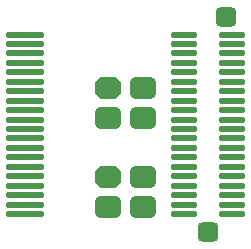
<source format=gbr>
%TF.GenerationSoftware,Altium Limited,Altium Designer,25.5.2 (35)*%
G04 Layer_Color=16711935*
%FSLAX45Y45*%
%MOMM*%
%TF.SameCoordinates,263EE719-961F-4448-A72E-CF07F5483F46*%
%TF.FilePolarity,Negative*%
%TF.FileFunction,Soldermask,Bot*%
%TF.Part,Single*%
G01*
G75*
%TA.AperFunction,SMDPad,CuDef*%
G04:AMPARAMS|DCode=21|XSize=2.28mm|YSize=0.58mm|CornerRadius=0.165mm|HoleSize=0mm|Usage=FLASHONLY|Rotation=180.000|XOffset=0mm|YOffset=0mm|HoleType=Round|Shape=RoundedRectangle|*
%AMROUNDEDRECTD21*
21,1,2.28000,0.25000,0,0,180.0*
21,1,1.95000,0.58000,0,0,180.0*
1,1,0.33000,-0.97500,0.12500*
1,1,0.33000,0.97500,0.12500*
1,1,0.33000,0.97500,-0.12500*
1,1,0.33000,-0.97500,-0.12500*
%
%ADD21ROUNDEDRECTD21*%
G04:AMPARAMS|DCode=22|XSize=3.28mm|YSize=0.58mm|CornerRadius=0.165mm|HoleSize=0mm|Usage=FLASHONLY|Rotation=0.000|XOffset=0mm|YOffset=0mm|HoleType=Round|Shape=RoundedRectangle|*
%AMROUNDEDRECTD22*
21,1,3.28000,0.25000,0,0,0.0*
21,1,2.95000,0.58000,0,0,0.0*
1,1,0.33000,1.47500,-0.12500*
1,1,0.33000,-1.47500,-0.12500*
1,1,0.33000,-1.47500,0.12500*
1,1,0.33000,1.47500,0.12500*
%
%ADD22ROUNDEDRECTD22*%
%TA.AperFunction,ComponentPad*%
G04:AMPARAMS|DCode=23|XSize=1.85mm|YSize=2.25mm|CornerRadius=0.5mm|HoleSize=0mm|Usage=FLASHONLY|Rotation=270.000|XOffset=0mm|YOffset=0mm|HoleType=Round|Shape=RoundedRectangle|*
%AMROUNDEDRECTD23*
21,1,1.85000,1.25001,0,0,270.0*
21,1,0.85000,2.25000,0,0,270.0*
1,1,1.00000,-0.62500,-0.42500*
1,1,1.00000,-0.62500,0.42500*
1,1,1.00000,0.62500,0.42500*
1,1,1.00000,0.62500,-0.42500*
%
%ADD23ROUNDEDRECTD23*%
G04:AMPARAMS|DCode=24|XSize=1.85mm|YSize=2.25mm|CornerRadius=0mm|HoleSize=0mm|Usage=FLASHONLY|Rotation=270.000|XOffset=0mm|YOffset=0mm|HoleType=Round|Shape=Octagon|*
%AMOCTAGOND24*
4,1,8,1.12500,0.46250,1.12500,-0.46250,0.66250,-0.92500,-0.66250,-0.92500,-1.12500,-0.46250,-1.12500,0.46250,-0.66250,0.92500,0.66250,0.92500,1.12500,0.46250,0.0*
%
%ADD24OCTAGOND24*%

G04:AMPARAMS|DCode=25|XSize=1.7mm|YSize=1.75mm|CornerRadius=0.4625mm|HoleSize=0mm|Usage=FLASHONLY|Rotation=270.000|XOffset=0mm|YOffset=0mm|HoleType=Round|Shape=RoundedRectangle|*
%AMROUNDEDRECTD25*
21,1,1.70000,0.82500,0,0,270.0*
21,1,0.77500,1.75000,0,0,270.0*
1,1,0.92500,-0.41250,-0.38750*
1,1,0.92500,-0.41250,0.38750*
1,1,0.92500,0.41250,0.38750*
1,1,0.92500,0.41250,-0.38750*
%
%ADD25ROUNDEDRECTD25*%
D21*
X2050000Y750000D02*
D03*
Y830000D02*
D03*
X1644000D02*
D03*
Y750000D02*
D03*
X2050000Y2110000D02*
D03*
X1644000D02*
D03*
X2050000Y2030000D02*
D03*
Y1950000D02*
D03*
Y1870000D02*
D03*
Y1790000D02*
D03*
Y1710000D02*
D03*
Y1630000D02*
D03*
Y1550000D02*
D03*
Y1470000D02*
D03*
Y1390000D02*
D03*
Y1310000D02*
D03*
Y1230000D02*
D03*
Y1150000D02*
D03*
Y1070000D02*
D03*
Y990000D02*
D03*
Y910000D02*
D03*
Y670000D02*
D03*
Y590000D02*
D03*
X1644000Y2030000D02*
D03*
Y1950000D02*
D03*
Y1870000D02*
D03*
Y1790000D02*
D03*
Y1710000D02*
D03*
Y1630000D02*
D03*
Y1550000D02*
D03*
Y1470000D02*
D03*
Y1390000D02*
D03*
Y1310000D02*
D03*
Y1230000D02*
D03*
Y1150000D02*
D03*
Y1070000D02*
D03*
Y990000D02*
D03*
Y910000D02*
D03*
Y670000D02*
D03*
Y590000D02*
D03*
D22*
X300000Y750000D02*
D03*
Y830000D02*
D03*
Y2110000D02*
D03*
Y1870000D02*
D03*
Y1950000D02*
D03*
Y2030000D02*
D03*
Y1710000D02*
D03*
Y1790000D02*
D03*
Y1630000D02*
D03*
Y1550000D02*
D03*
Y1470000D02*
D03*
Y1390000D02*
D03*
Y1310000D02*
D03*
Y1230000D02*
D03*
Y1150000D02*
D03*
Y1070000D02*
D03*
Y990000D02*
D03*
Y910000D02*
D03*
Y670000D02*
D03*
Y590000D02*
D03*
D23*
X1000000Y1406000D02*
D03*
X1294000D02*
D03*
Y1660000D02*
D03*
X1000000Y646000D02*
D03*
X1294000D02*
D03*
Y900000D02*
D03*
D24*
X1000000Y1660000D02*
D03*
Y900000D02*
D03*
D25*
X1847000Y440000D02*
D03*
X1997000Y2260000D02*
D03*
%TF.MD5,2683c9aac3c3cda6858c68081a7a65f5*%
M02*

</source>
